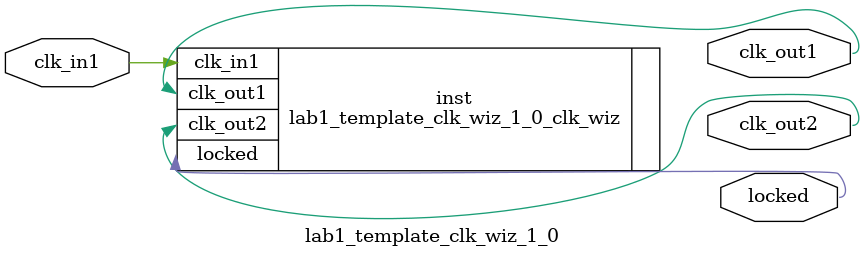
<source format=v>


`timescale 1ps/1ps

(* CORE_GENERATION_INFO = "lab1_template_clk_wiz_1_0,clk_wiz_v5_3_1,{component_name=lab1_template_clk_wiz_1_0,use_phase_alignment=true,use_min_o_jitter=false,use_max_i_jitter=false,use_dyn_phase_shift=false,use_inclk_switchover=false,use_dyn_reconfig=false,enable_axi=0,feedback_source=FDBK_AUTO,PRIMITIVE=MMCM,num_out_clk=2,clkin1_period=10.0,clkin2_period=10.0,use_power_down=false,use_reset=false,use_locked=true,use_inclk_stopped=false,feedback_type=SINGLE,CLOCK_MGR_TYPE=NA,manual_override=false}" *)

module lab1_template_clk_wiz_1_0 
 (
 // Clock in ports
  input         clk_in1,
  // Clock out ports
  output        clk_out1,
  output        clk_out2,
  // Status and control signals
  output        locked
 );

  lab1_template_clk_wiz_1_0_clk_wiz inst
  (
 // Clock in ports
  .clk_in1(clk_in1),
  // Clock out ports  
  .clk_out1(clk_out1),
  .clk_out2(clk_out2),
  // Status and control signals               
  .locked(locked)            
  );

endmodule

</source>
